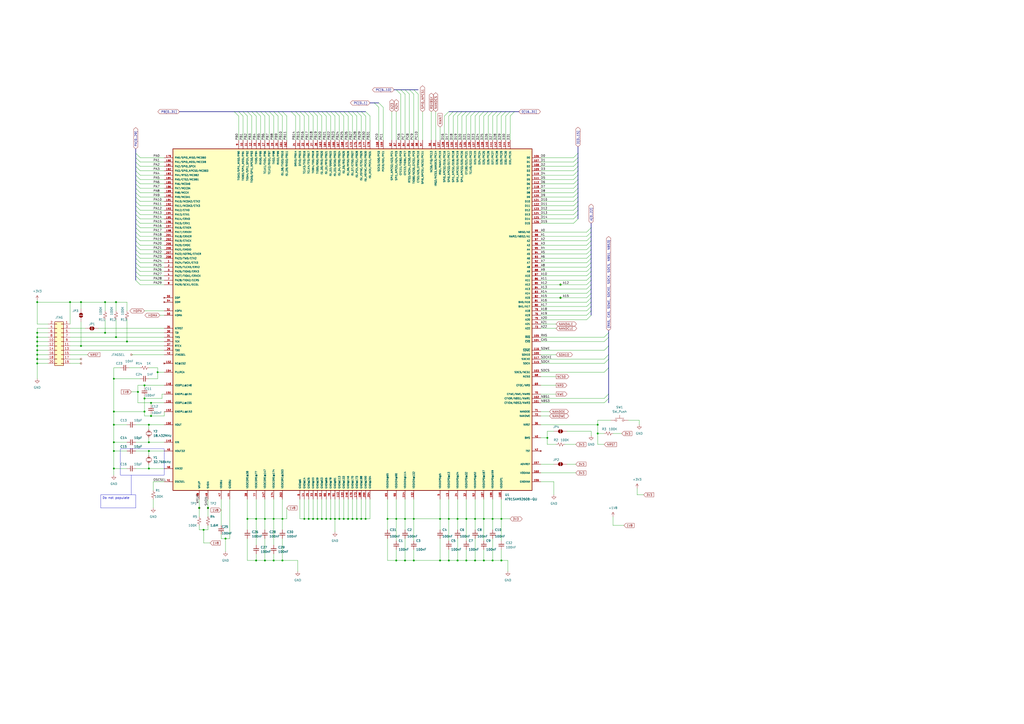
<source format=kicad_sch>
(kicad_sch (version 20230121) (generator eeschema)
  (paper "A2")
  (junction (at 40.64 175.26))
  (junction (at 21.59 208.28))
  (junction (at 46.99 175.26))
  (junction (at 181.61 300.99))
  (junction (at 176.53 300.99))
  (junction (at 184.15 300.99))
  (junction (at 212.09 300.99))
  (junction (at 115.57 294.64))
  (junction (at 229.87 300.99))
  (junction (at 118.11 307.34))
  (junction (at 194.31 300.99))
  (junction (at 255.27 300.99))
  (junction (at 86.36 256.54))
  (junction (at 148.59 300.99))
  (junction (at 191.77 300.99))
  (junction (at 66.04 271.78))
  (junction (at 66.04 238.76))
  (junction (at 224.79 300.99))
  (junction (at 46.99 200.66))
  (junction (at 240.03 325.12))
  (junction (at 21.59 198.12))
  (junction (at 21.59 195.58))
  (junction (at 21.59 205.74))
  (junction (at 21.59 200.66))
  (junction (at 91.44 215.9))
  (junction (at 83.82 238.76))
  (junction (at 280.67 300.99))
  (junction (at 201.93 300.99))
  (junction (at 234.95 325.12))
  (junction (at 265.43 325.12))
  (junction (at 66.04 219.71))
  (junction (at 196.85 300.99))
  (junction (at 86.36 246.38))
  (junction (at 67.31 195.58))
  (junction (at 275.59 300.99))
  (junction (at 285.75 300.99))
  (junction (at 21.59 193.04))
  (junction (at 204.47 300.99))
  (junction (at 290.83 300.99))
  (junction (at 66.04 246.38))
  (junction (at 66.04 256.54))
  (junction (at 260.35 325.12))
  (junction (at 153.67 325.12))
  (junction (at 189.23 300.99))
  (junction (at 158.75 325.12))
  (junction (at 21.59 175.26))
  (junction (at 21.59 203.2))
  (junction (at 346.71 251.46))
  (junction (at 130.81 312.42))
  (junction (at 199.39 300.99))
  (junction (at 73.66 198.12))
  (junction (at 87.63 233.68))
  (junction (at 87.63 241.3))
  (junction (at 265.43 300.99))
  (junction (at 163.83 300.99))
  (junction (at 67.31 175.26))
  (junction (at 120.65 294.64))
  (junction (at 60.96 175.26))
  (junction (at 270.51 325.12))
  (junction (at 285.75 325.12))
  (junction (at 143.51 300.99))
  (junction (at 346.71 246.38))
  (junction (at 209.55 300.99))
  (junction (at 234.95 300.99))
  (junction (at 186.69 300.99))
  (junction (at 153.67 300.99))
  (junction (at 158.75 300.99))
  (junction (at 240.03 300.99))
  (junction (at 325.12 172.72))
  (junction (at 229.87 325.12))
  (junction (at 21.59 210.82))
  (junction (at 325.12 165.1))
  (junction (at 86.36 261.62))
  (junction (at 270.51 300.99))
  (junction (at 148.59 325.12))
  (junction (at 280.67 325.12))
  (junction (at 86.36 271.78))
  (junction (at 179.07 300.99))
  (junction (at 207.01 300.99))
  (junction (at 290.83 325.12))
  (junction (at 66.04 261.62))
  (junction (at 80.01 227.33))
  (junction (at 83.82 223.52))
  (junction (at 260.35 300.99))
  (junction (at 163.83 325.12))
  (junction (at 255.27 325.12))
  (junction (at 275.59 325.12))
  (junction (at 60.96 193.04))
  (junction (at 83.82 231.14))
  (junction (at 317.5 254))
  (bus_entry (at 353.06 195.58) (size -2.54 2.54))
  (bus_entry (at 342.9 157.48) (size -2.54 2.54))
  (bus_entry (at 135.89 64.77) (size 2.54 2.54))
  (bus_entry (at 158.75 64.77) (size 2.54 2.54))
  (bus_entry (at 186.69 64.77) (size 2.54 2.54))
  (bus_entry (at 176.53 64.77) (size 2.54 2.54))
  (bus_entry (at 342.9 167.64) (size -2.54 2.54))
  (bus_entry (at 342.9 144.78) (size -2.54 2.54))
  (bus_entry (at 78.74 114.3) (size 2.54 2.54))
  (bus_entry (at 267.97 64.77) (size -2.54 2.54))
  (bus_entry (at 78.74 119.38) (size 2.54 2.54))
  (bus_entry (at 335.28 109.22) (size -2.54 2.54))
  (bus_entry (at 342.9 180.34) (size -2.54 2.54))
  (bus_entry (at 153.67 64.77) (size 2.54 2.54))
  (bus_entry (at 342.9 147.32) (size -2.54 2.54))
  (bus_entry (at 148.59 64.77) (size 2.54 2.54))
  (bus_entry (at 229.87 52.07) (size 2.54 2.54))
  (bus_entry (at 288.29 64.77) (size -2.54 2.54))
  (bus_entry (at 342.9 175.26) (size -2.54 2.54))
  (bus_entry (at 78.74 162.56) (size 2.54 2.54))
  (bus_entry (at 78.74 127) (size 2.54 2.54))
  (bus_entry (at 209.55 64.77) (size 2.54 2.54))
  (bus_entry (at 342.9 154.94) (size -2.54 2.54))
  (bus_entry (at 217.17 59.69) (size 2.54 2.54))
  (bus_entry (at 78.74 144.78) (size 2.54 2.54))
  (bus_entry (at 335.28 121.92) (size -2.54 2.54))
  (bus_entry (at 219.71 59.69) (size 2.54 2.54))
  (bus_entry (at 189.23 64.77) (size 2.54 2.54))
  (bus_entry (at 342.9 177.8) (size -2.54 2.54))
  (bus_entry (at 143.51 64.77) (size 2.54 2.54))
  (bus_entry (at 78.74 147.32) (size 2.54 2.54))
  (bus_entry (at 342.9 132.08) (size -2.54 2.54))
  (bus_entry (at 295.91 64.77) (size -2.54 2.54))
  (bus_entry (at 184.15 64.77) (size 2.54 2.54))
  (bus_entry (at 335.28 111.76) (size -2.54 2.54))
  (bus_entry (at 78.74 124.46) (size 2.54 2.54))
  (bus_entry (at 278.13 64.77) (size -2.54 2.54))
  (bus_entry (at 342.9 149.86) (size -2.54 2.54))
  (bus_entry (at 78.74 93.98) (size 2.54 2.54))
  (bus_entry (at 342.9 162.56) (size -2.54 2.54))
  (bus_entry (at 78.74 99.06) (size 2.54 2.54))
  (bus_entry (at 240.03 52.07) (size 2.54 2.54))
  (bus_entry (at 237.49 52.07) (size 2.54 2.54))
  (bus_entry (at 260.35 64.77) (size -2.54 2.54))
  (bus_entry (at 78.74 134.62) (size 2.54 2.54))
  (bus_entry (at 78.74 106.68) (size 2.54 2.54))
  (bus_entry (at 204.47 64.77) (size 2.54 2.54))
  (bus_entry (at 353.06 200.66) (size -2.54 2.54))
  (bus_entry (at 335.28 101.6) (size -2.54 2.54))
  (bus_entry (at 265.43 64.77) (size -2.54 2.54))
  (bus_entry (at 280.67 64.77) (size -2.54 2.54))
  (bus_entry (at 191.77 64.77) (size 2.54 2.54))
  (bus_entry (at 78.74 137.16) (size 2.54 2.54))
  (bus_entry (at 78.74 152.4) (size 2.54 2.54))
  (bus_entry (at 335.28 124.46) (size -2.54 2.54))
  (bus_entry (at 138.43 64.77) (size 2.54 2.54))
  (bus_entry (at 140.97 64.77) (size 2.54 2.54))
  (bus_entry (at 196.85 64.77) (size 2.54 2.54))
  (bus_entry (at 335.28 96.52) (size -2.54 2.54))
  (bus_entry (at 173.99 64.77) (size 2.54 2.54))
  (bus_entry (at 353.06 228.6) (size -2.54 2.54))
  (bus_entry (at 78.74 139.7) (size 2.54 2.54))
  (bus_entry (at 181.61 64.77) (size 2.54 2.54))
  (bus_entry (at 179.07 64.77) (size 2.54 2.54))
  (bus_entry (at 171.45 64.77) (size 2.54 2.54))
  (bus_entry (at 199.39 64.77) (size 2.54 2.54))
  (bus_entry (at 293.37 64.77) (size -2.54 2.54))
  (bus_entry (at 194.31 64.77) (size 2.54 2.54))
  (bus_entry (at 234.95 52.07) (size 2.54 2.54))
  (bus_entry (at 335.28 116.84) (size -2.54 2.54))
  (bus_entry (at 262.89 64.77) (size -2.54 2.54))
  (bus_entry (at 342.9 172.72) (size -2.54 2.54))
  (bus_entry (at 201.93 64.77) (size 2.54 2.54))
  (bus_entry (at 78.74 101.6) (size 2.54 2.54))
  (bus_entry (at 342.9 165.1) (size -2.54 2.54))
  (bus_entry (at 151.13 64.77) (size 2.54 2.54))
  (bus_entry (at 78.74 96.52) (size 2.54 2.54))
  (bus_entry (at 161.29 64.77) (size 2.54 2.54))
  (bus_entry (at 342.9 139.7) (size -2.54 2.54))
  (bus_entry (at 335.28 93.98) (size -2.54 2.54))
  (bus_entry (at 78.74 142.24) (size 2.54 2.54))
  (bus_entry (at 163.83 64.77) (size 2.54 2.54))
  (bus_entry (at 353.06 213.36) (size -2.54 2.54))
  (bus_entry (at 283.21 64.77) (size -2.54 2.54))
  (bus_entry (at 78.74 132.08) (size 2.54 2.54))
  (bus_entry (at 78.74 116.84) (size 2.54 2.54))
  (bus_entry (at 207.01 64.77) (size 2.54 2.54))
  (bus_entry (at 353.06 208.28) (size -2.54 2.54))
  (bus_entry (at 78.74 109.22) (size 2.54 2.54))
  (bus_entry (at 335.28 104.14) (size -2.54 2.54))
  (bus_entry (at 335.28 88.9) (size -2.54 2.54))
  (bus_entry (at 275.59 64.77) (size -2.54 2.54))
  (bus_entry (at 298.45 64.77) (size -2.54 2.54))
  (bus_entry (at 335.28 127) (size -2.54 2.54))
  (bus_entry (at 78.74 149.86) (size 2.54 2.54))
  (bus_entry (at 342.9 182.88) (size -2.54 2.54))
  (bus_entry (at 353.06 231.14) (size -2.54 2.54))
  (bus_entry (at 353.06 193.04) (size -2.54 2.54))
  (bus_entry (at 168.91 64.77) (size 2.54 2.54))
  (bus_entry (at 78.74 121.92) (size 2.54 2.54))
  (bus_entry (at 335.28 91.44) (size -2.54 2.54))
  (bus_entry (at 273.05 64.77) (size -2.54 2.54))
  (bus_entry (at 270.51 64.77) (size -2.54 2.54))
  (bus_entry (at 285.75 64.77) (size -2.54 2.54))
  (bus_entry (at 342.9 142.24) (size -2.54 2.54))
  (bus_entry (at 342.9 134.62) (size -2.54 2.54))
  (bus_entry (at 353.06 205.74) (size -2.54 2.54))
  (bus_entry (at 342.9 160.02) (size -2.54 2.54))
  (bus_entry (at 78.74 111.76) (size 2.54 2.54))
  (bus_entry (at 78.74 104.14) (size 2.54 2.54))
  (bus_entry (at 156.21 64.77) (size 2.54 2.54))
  (bus_entry (at 335.28 119.38) (size -2.54 2.54))
  (bus_entry (at 78.74 129.54) (size 2.54 2.54))
  (bus_entry (at 232.41 52.07) (size 2.54 2.54))
  (bus_entry (at 342.9 152.4) (size -2.54 2.54))
  (bus_entry (at 335.28 106.68) (size -2.54 2.54))
  (bus_entry (at 78.74 154.94) (size 2.54 2.54))
  (bus_entry (at 335.28 99.06) (size -2.54 2.54))
  (bus_entry (at 342.9 137.16) (size -2.54 2.54))
  (bus_entry (at 146.05 64.77) (size 2.54 2.54))
  (bus_entry (at 342.9 170.18) (size -2.54 2.54))
  (bus_entry (at 78.74 91.44) (size 2.54 2.54))
  (bus_entry (at 78.74 157.48) (size 2.54 2.54))
  (bus_entry (at 78.74 88.9) (size 2.54 2.54))
  (bus_entry (at 290.83 64.77) (size -2.54 2.54))
  (bus_entry (at 78.74 160.02) (size 2.54 2.54))
  (bus_entry (at 212.09 64.77) (size 2.54 2.54))
  (bus_entry (at 335.28 114.3) (size -2.54 2.54))
  (wire (pts (xy 214.63 67.31) (xy 214.63 81.28)))
  (wire (pts (xy 176.53 289.56) (xy 176.53 300.99)))
  (wire (pts (xy 40.64 190.5) (xy 49.53 190.5)))
  (wire (pts (xy 40.64 198.12) (xy 73.66 198.12)))
  (wire (pts (xy 313.69 187.96) (xy 322.58 187.96)))
  (wire (pts (xy 93.98 231.14) (xy 93.98 228.6)))
  (wire (pts (xy 201.93 289.56) (xy 201.93 300.99)))
  (wire (pts (xy 179.07 67.31) (xy 179.07 81.28)))
  (wire (pts (xy 81.28 134.62) (xy 95.25 134.62)))
  (wire (pts (xy 313.69 170.18) (xy 340.36 170.18)))
  (bus (pts (xy 78.74 96.52) (xy 78.74 99.06)))
  (bus (pts (xy 335.28 104.14) (xy 335.28 106.68)))
  (wire (pts (xy 91.44 215.9) (xy 95.25 215.9)))
  (bus (pts (xy 353.06 231.14) (xy 353.06 233.68)))
  (wire (pts (xy 209.55 67.31) (xy 209.55 81.28)))
  (wire (pts (xy 189.23 67.31) (xy 189.23 81.28)))
  (wire (pts (xy 81.28 144.78) (xy 95.25 144.78)))
  (bus (pts (xy 78.74 157.48) (xy 78.74 160.02)))
  (wire (pts (xy 295.91 67.31) (xy 295.91 81.28)))
  (bus (pts (xy 267.97 64.77) (xy 270.51 64.77)))
  (wire (pts (xy 81.28 127) (xy 95.25 127)))
  (bus (pts (xy 189.23 64.77) (xy 191.77 64.77)))
  (wire (pts (xy 148.59 321.31) (xy 148.59 325.12)))
  (wire (pts (xy 313.69 175.26) (xy 340.36 175.26)))
  (wire (pts (xy 153.67 67.31) (xy 153.67 81.28)))
  (wire (pts (xy 95.25 256.54) (xy 86.36 256.54)))
  (wire (pts (xy 40.64 193.04) (xy 60.96 193.04)))
  (bus (pts (xy 78.74 109.22) (xy 78.74 111.76)))
  (wire (pts (xy 229.87 300.99) (xy 229.87 313.69)))
  (wire (pts (xy 280.67 289.56) (xy 280.67 300.99)))
  (wire (pts (xy 313.69 93.98) (xy 332.74 93.98)))
  (wire (pts (xy 81.28 99.06) (xy 95.25 99.06)))
  (bus (pts (xy 199.39 64.77) (xy 201.93 64.77)))
  (bus (pts (xy 285.75 64.77) (xy 288.29 64.77)))
  (wire (pts (xy 40.64 175.26) (xy 46.99 175.26)))
  (bus (pts (xy 78.74 129.54) (xy 78.74 132.08)))
  (wire (pts (xy 81.28 132.08) (xy 95.25 132.08)))
  (wire (pts (xy 313.69 210.82) (xy 350.52 210.82)))
  (wire (pts (xy 86.36 269.24) (xy 86.36 271.78)))
  (wire (pts (xy 196.85 289.56) (xy 196.85 300.99)))
  (wire (pts (xy 346.71 251.46) (xy 346.71 246.38)))
  (bus (pts (xy 78.74 134.62) (xy 78.74 137.16)))
  (wire (pts (xy 255.27 312.42) (xy 255.27 325.12)))
  (wire (pts (xy 153.67 325.12) (xy 158.75 325.12)))
  (wire (pts (xy 66.04 213.36) (xy 66.04 219.71)))
  (wire (pts (xy 229.87 289.56) (xy 229.87 300.99)))
  (bus (pts (xy 78.74 160.02) (xy 78.74 162.56)))
  (wire (pts (xy 21.59 190.5) (xy 21.59 193.04)))
  (wire (pts (xy 81.28 114.3) (xy 95.25 114.3)))
  (wire (pts (xy 313.69 129.54) (xy 332.74 129.54)))
  (wire (pts (xy 313.69 147.32) (xy 340.36 147.32)))
  (polyline (pts (xy 76.2 275.59) (xy 76.2 287.02)))
  (wire (pts (xy 199.39 67.31) (xy 199.39 81.28)))
  (wire (pts (xy 204.47 300.99) (xy 207.01 300.99)))
  (bus (pts (xy 78.74 104.14) (xy 78.74 106.68)))
  (bus (pts (xy 78.74 147.32) (xy 78.74 149.86)))
  (wire (pts (xy 313.69 218.44) (xy 322.58 218.44)))
  (bus (pts (xy 353.06 191.77) (xy 353.06 193.04)))
  (wire (pts (xy 191.77 289.56) (xy 191.77 300.99)))
  (wire (pts (xy 83.82 241.3) (xy 87.63 241.3)))
  (wire (pts (xy 288.29 67.31) (xy 288.29 81.28)))
  (bus (pts (xy 342.9 147.32) (xy 342.9 149.86)))
  (wire (pts (xy 128.27 289.56) (xy 128.27 304.8)))
  (wire (pts (xy 156.21 67.31) (xy 156.21 81.28)))
  (bus (pts (xy 335.28 101.6) (xy 335.28 104.14)))
  (wire (pts (xy 240.03 325.12) (xy 255.27 325.12)))
  (wire (pts (xy 40.64 200.66) (xy 46.99 200.66)))
  (wire (pts (xy 267.97 67.31) (xy 267.97 81.28)))
  (wire (pts (xy 317.5 250.19) (xy 321.31 250.19)))
  (bus (pts (xy 78.74 99.06) (xy 78.74 101.6)))
  (bus (pts (xy 104.14 64.77) (xy 135.89 64.77)))
  (bus (pts (xy 237.49 52.07) (xy 240.03 52.07)))
  (wire (pts (xy 265.43 325.12) (xy 270.51 325.12)))
  (wire (pts (xy 88.9 289.56) (xy 88.9 294.64)))
  (bus (pts (xy 78.74 106.68) (xy 78.74 109.22)))
  (wire (pts (xy 115.57 304.8) (xy 115.57 307.34)))
  (wire (pts (xy 21.59 173.99) (xy 21.59 175.26)))
  (wire (pts (xy 313.69 228.6) (xy 322.58 228.6)))
  (wire (pts (xy 153.67 300.99) (xy 158.75 300.99)))
  (wire (pts (xy 313.69 198.12) (xy 350.52 198.12)))
  (wire (pts (xy 81.28 149.86) (xy 95.25 149.86)))
  (bus (pts (xy 273.05 64.77) (xy 275.59 64.77)))
  (wire (pts (xy 328.93 269.24) (xy 334.01 269.24)))
  (wire (pts (xy 313.69 106.68) (xy 332.74 106.68)))
  (wire (pts (xy 313.69 116.84) (xy 332.74 116.84)))
  (wire (pts (xy 120.65 289.56) (xy 120.65 294.64)))
  (wire (pts (xy 158.75 321.31) (xy 158.75 325.12)))
  (wire (pts (xy 191.77 67.31) (xy 191.77 81.28)))
  (wire (pts (xy 255.27 325.12) (xy 260.35 325.12)))
  (wire (pts (xy 313.69 114.3) (xy 332.74 114.3)))
  (wire (pts (xy 73.66 175.26) (xy 73.66 180.34)))
  (wire (pts (xy 83.82 238.76) (xy 83.82 241.3)))
  (wire (pts (xy 219.71 62.23) (xy 219.71 81.28)))
  (bus (pts (xy 163.83 64.77) (xy 168.91 64.77)))
  (wire (pts (xy 66.04 246.38) (xy 66.04 256.54)))
  (wire (pts (xy 27.94 190.5) (xy 21.59 190.5)))
  (bus (pts (xy 214.63 59.69) (xy 217.17 59.69)))
  (wire (pts (xy 240.03 54.61) (xy 240.03 81.28)))
  (bus (pts (xy 181.61 64.77) (xy 184.15 64.77)))
  (bus (pts (xy 342.9 170.18) (xy 342.9 172.72)))
  (wire (pts (xy 265.43 300.99) (xy 265.43 307.34)))
  (wire (pts (xy 293.37 67.31) (xy 293.37 81.28)))
  (wire (pts (xy 245.11 64.77) (xy 245.11 81.28)))
  (wire (pts (xy 313.69 167.64) (xy 340.36 167.64)))
  (bus (pts (xy 342.9 139.7) (xy 342.9 142.24)))
  (wire (pts (xy 158.75 300.99) (xy 163.83 300.99)))
  (bus (pts (xy 209.55 64.77) (xy 212.09 64.77)))
  (bus (pts (xy 342.9 129.54) (xy 342.9 132.08)))
  (wire (pts (xy 81.28 109.22) (xy 95.25 109.22)))
  (wire (pts (xy 115.57 289.56) (xy 115.57 294.64)))
  (bus (pts (xy 207.01 64.77) (xy 209.55 64.77)))
  (wire (pts (xy 146.05 67.31) (xy 146.05 81.28)))
  (wire (pts (xy 265.43 312.42) (xy 265.43 325.12)))
  (bus (pts (xy 204.47 64.77) (xy 207.01 64.77)))
  (wire (pts (xy 66.04 238.76) (xy 83.82 238.76)))
  (wire (pts (xy 66.04 219.71) (xy 81.28 219.71)))
  (bus (pts (xy 229.87 52.07) (xy 232.41 52.07)))
  (wire (pts (xy 73.66 185.42) (xy 73.66 198.12)))
  (wire (pts (xy 21.59 200.66) (xy 21.59 203.2)))
  (bus (pts (xy 335.28 114.3) (xy 335.28 116.84)))
  (wire (pts (xy 346.71 251.46) (xy 346.71 257.81)))
  (wire (pts (xy 81.28 93.98) (xy 95.25 93.98)))
  (wire (pts (xy 81.28 165.1) (xy 95.25 165.1)))
  (bus (pts (xy 158.75 64.77) (xy 161.29 64.77)))
  (wire (pts (xy 346.71 246.38) (xy 346.71 243.84)))
  (wire (pts (xy 313.69 254) (xy 317.5 254)))
  (wire (pts (xy 78.74 246.38) (xy 86.36 246.38)))
  (wire (pts (xy 313.69 137.16) (xy 340.36 137.16)))
  (wire (pts (xy 222.25 62.23) (xy 222.25 81.28)))
  (wire (pts (xy 260.35 325.12) (xy 265.43 325.12)))
  (wire (pts (xy 78.74 261.62) (xy 86.36 261.62)))
  (wire (pts (xy 199.39 300.99) (xy 201.93 300.99)))
  (bus (pts (xy 335.28 111.76) (xy 335.28 114.3)))
  (wire (pts (xy 148.59 289.56) (xy 148.59 300.99)))
  (wire (pts (xy 86.36 261.62) (xy 95.25 261.62)))
  (wire (pts (xy 224.79 300.99) (xy 229.87 300.99)))
  (wire (pts (xy 189.23 289.56) (xy 189.23 300.99)))
  (wire (pts (xy 173.99 67.31) (xy 173.99 81.28)))
  (wire (pts (xy 212.09 300.99) (xy 214.63 300.99)))
  (wire (pts (xy 355.6 251.46) (xy 360.68 251.46)))
  (wire (pts (xy 27.94 187.96) (xy 21.59 187.96)))
  (bus (pts (xy 240.03 52.07) (xy 242.57 52.07)))
  (bus (pts (xy 186.69 64.77) (xy 189.23 64.77)))
  (bus (pts (xy 148.59 64.77) (xy 151.13 64.77)))
  (wire (pts (xy 40.64 175.26) (xy 40.64 187.96)))
  (bus (pts (xy 143.51 64.77) (xy 146.05 64.77)))
  (wire (pts (xy 224.79 312.42) (xy 224.79 325.12)))
  (wire (pts (xy 370.84 246.38) (xy 370.84 243.84)))
  (wire (pts (xy 57.15 190.5) (xy 95.25 190.5)))
  (wire (pts (xy 313.69 119.38) (xy 332.74 119.38)))
  (wire (pts (xy 290.83 67.31) (xy 290.83 81.28)))
  (wire (pts (xy 224.79 300.99) (xy 224.79 307.34)))
  (wire (pts (xy 242.57 54.61) (xy 242.57 81.28)))
  (wire (pts (xy 67.31 175.26) (xy 67.31 180.34)))
  (wire (pts (xy 148.59 300.99) (xy 148.59 316.23)))
  (wire (pts (xy 173.99 289.56) (xy 173.99 300.99)))
  (wire (pts (xy 21.59 198.12) (xy 27.94 198.12)))
  (bus (pts (xy 335.28 124.46) (xy 335.28 127)))
  (wire (pts (xy 191.77 300.99) (xy 194.31 300.99)))
  (bus (pts (xy 270.51 64.77) (xy 273.05 64.77)))
  (bus (pts (xy 342.9 165.1) (xy 342.9 167.64)))
  (wire (pts (xy 95.25 271.78) (xy 86.36 271.78)))
  (wire (pts (xy 163.83 300.99) (xy 163.83 307.34)))
  (wire (pts (xy 81.28 137.16) (xy 95.25 137.16)))
  (bus (pts (xy 335.28 99.06) (xy 335.28 101.6)))
  (wire (pts (xy 260.35 289.56) (xy 260.35 300.99)))
  (wire (pts (xy 346.71 243.84) (xy 354.33 243.84)))
  (wire (pts (xy 148.59 300.99) (xy 153.67 300.99)))
  (wire (pts (xy 313.69 279.4) (xy 321.31 279.4)))
  (wire (pts (xy 313.69 208.28) (xy 350.52 208.28)))
  (wire (pts (xy 163.83 312.42) (xy 163.83 325.12)))
  (bus (pts (xy 283.21 64.77) (xy 285.75 64.77)))
  (wire (pts (xy 209.55 289.56) (xy 209.55 300.99)))
  (wire (pts (xy 290.83 300.99) (xy 295.91 300.99)))
  (wire (pts (xy 118.11 307.34) (xy 120.65 307.34)))
  (bus (pts (xy 228.6 52.07) (xy 229.87 52.07)))
  (wire (pts (xy 313.69 121.92) (xy 332.74 121.92)))
  (wire (pts (xy 80.01 233.68) (xy 87.63 233.68)))
  (wire (pts (xy 46.99 186.69) (xy 46.99 200.66)))
  (wire (pts (xy 66.04 238.76) (xy 66.04 246.38)))
  (bus (pts (xy 179.07 64.77) (xy 181.61 64.77)))
  (wire (pts (xy 265.43 67.31) (xy 265.43 81.28)))
  (wire (pts (xy 317.5 254) (xy 317.5 250.19)))
  (bus (pts (xy 342.9 157.48) (xy 342.9 160.02)))
  (wire (pts (xy 186.69 289.56) (xy 186.69 300.99)))
  (wire (pts (xy 81.28 157.48) (xy 95.25 157.48)))
  (bus (pts (xy 280.67 64.77) (xy 283.21 64.77)))
  (wire (pts (xy 81.28 111.76) (xy 95.25 111.76)))
  (wire (pts (xy 313.69 144.78) (xy 340.36 144.78)))
  (wire (pts (xy 317.5 257.81) (xy 317.5 254)))
  (wire (pts (xy 21.59 175.26) (xy 21.59 187.96)))
  (wire (pts (xy 153.67 312.42) (xy 153.67 325.12)))
  (wire (pts (xy 313.69 124.46) (xy 332.74 124.46)))
  (wire (pts (xy 313.69 165.1) (xy 325.12 165.1)))
  (bus (pts (xy 298.45 64.77) (xy 300.99 64.77)))
  (wire (pts (xy 184.15 300.99) (xy 186.69 300.99)))
  (wire (pts (xy 201.93 300.99) (xy 204.47 300.99)))
  (wire (pts (xy 83.82 180.34) (xy 95.25 180.34)))
  (wire (pts (xy 327.66 257.81) (xy 334.01 257.81)))
  (wire (pts (xy 313.69 223.52) (xy 322.58 223.52)))
  (bus (pts (xy 176.53 64.77) (xy 179.07 64.77)))
  (bus (pts (xy 140.97 64.77) (xy 143.51 64.77)))
  (wire (pts (xy 280.67 325.12) (xy 285.75 325.12)))
  (wire (pts (xy 148.59 67.31) (xy 148.59 81.28)))
  (wire (pts (xy 204.47 67.31) (xy 204.47 81.28)))
  (wire (pts (xy 285.75 67.31) (xy 285.75 81.28)))
  (wire (pts (xy 224.79 289.56) (xy 224.79 300.99)))
  (bus (pts (xy 153.67 64.77) (xy 156.21 64.77)))
  (wire (pts (xy 166.37 294.64) (xy 166.37 300.99)))
  (bus (pts (xy 168.91 64.77) (xy 171.45 64.77)))
  (wire (pts (xy 120.65 294.64) (xy 120.65 299.72)))
  (wire (pts (xy 40.64 210.82) (xy 46.99 210.82)))
  (wire (pts (xy 21.59 203.2) (xy 27.94 203.2)))
  (wire (pts (xy 21.59 203.2) (xy 21.59 205.74)))
  (wire (pts (xy 91.44 215.9) (xy 91.44 213.36)))
  (wire (pts (xy 181.61 289.56) (xy 181.61 300.99)))
  (wire (pts (xy 184.15 289.56) (xy 184.15 300.99)))
  (bus (pts (xy 265.43 64.77) (xy 267.97 64.77)))
  (wire (pts (xy 186.69 300.99) (xy 189.23 300.99)))
  (wire (pts (xy 252.73 64.77) (xy 252.73 81.28)))
  (bus (pts (xy 146.05 64.77) (xy 148.59 64.77)))
  (wire (pts (xy 313.69 215.9) (xy 350.52 215.9)))
  (bus (pts (xy 342.9 154.94) (xy 342.9 157.48)))
  (wire (pts (xy 115.57 294.64) (xy 115.57 299.72)))
  (wire (pts (xy 179.07 289.56) (xy 179.07 300.99)))
  (wire (pts (xy 78.74 256.54) (xy 86.36 256.54)))
  (wire (pts (xy 21.59 195.58) (xy 27.94 195.58)))
  (wire (pts (xy 60.96 175.26) (xy 60.96 180.34)))
  (bus (pts (xy 288.29 64.77) (xy 290.83 64.77)))
  (wire (pts (xy 270.51 325.12) (xy 275.59 325.12)))
  (wire (pts (xy 313.69 99.06) (xy 332.74 99.06)))
  (wire (pts (xy 325.12 165.1) (xy 340.36 165.1)))
  (wire (pts (xy 262.89 67.31) (xy 262.89 81.28)))
  (bus (pts (xy 335.28 88.9) (xy 335.28 91.44)))
  (wire (pts (xy 66.04 271.78) (xy 66.04 275.59)))
  (bus (pts (xy 335.28 93.98) (xy 335.28 96.52)))
  (wire (pts (xy 227.33 64.77) (xy 227.33 81.28)))
  (wire (pts (xy 212.09 67.31) (xy 212.09 81.28)))
  (wire (pts (xy 21.59 195.58) (xy 21.59 198.12)))
  (wire (pts (xy 81.28 119.38) (xy 95.25 119.38)))
  (wire (pts (xy 280.67 318.77) (xy 280.67 325.12)))
  (wire (pts (xy 257.81 67.31) (xy 257.81 81.28)))
  (wire (pts (xy 81.28 142.24) (xy 95.25 142.24)))
  (wire (pts (xy 40.64 203.2) (xy 95.25 203.2)))
  (bus (pts (xy 78.74 114.3) (xy 78.74 116.84)))
  (wire (pts (xy 255.27 73.66) (xy 255.27 81.28)))
  (wire (pts (xy 21.59 210.82) (xy 21.59 219.71)))
  (wire (pts (xy 369.57 283.21) (xy 369.57 287.02)))
  (wire (pts (xy 81.28 96.52) (xy 95.25 96.52)))
  (wire (pts (xy 229.87 300.99) (xy 234.95 300.99)))
  (wire (pts (xy 313.69 160.02) (xy 340.36 160.02)))
  (wire (pts (xy 234.95 300.99) (xy 240.03 300.99)))
  (wire (pts (xy 81.28 152.4) (xy 95.25 152.4)))
  (wire (pts (xy 86.36 219.71) (xy 91.44 219.71)))
  (wire (pts (xy 229.87 64.77) (xy 229.87 81.28)))
  (wire (pts (xy 88.9 279.4) (xy 88.9 284.48)))
  (wire (pts (xy 81.28 124.46) (xy 95.25 124.46)))
  (bus (pts (xy 217.17 59.69) (xy 219.71 59.69)))
  (wire (pts (xy 224.79 325.12) (xy 229.87 325.12)))
  (wire (pts (xy 81.28 129.54) (xy 95.25 129.54)))
  (bus (pts (xy 335.28 121.92) (xy 335.28 124.46)))
  (wire (pts (xy 21.59 208.28) (xy 27.94 208.28)))
  (bus (pts (xy 78.74 139.7) (xy 78.74 142.24)))
  (wire (pts (xy 250.19 64.77) (xy 250.19 81.28)))
  (bus (pts (xy 138.43 64.77) (xy 140.97 64.77)))
  (wire (pts (xy 196.85 67.31) (xy 196.85 81.28)))
  (wire (pts (xy 313.69 157.48) (xy 340.36 157.48)))
  (wire (pts (xy 153.67 289.56) (xy 153.67 300.99)))
  (wire (pts (xy 143.51 300.99) (xy 143.51 307.34)))
  (wire (pts (xy 313.69 149.86) (xy 340.36 149.86)))
  (wire (pts (xy 87.63 241.3) (xy 95.25 241.3)))
  (wire (pts (xy 313.69 172.72) (xy 325.12 172.72)))
  (wire (pts (xy 313.69 104.14) (xy 332.74 104.14)))
  (wire (pts (xy 350.52 257.81) (xy 346.71 257.81)))
  (wire (pts (xy 140.97 67.31) (xy 140.97 81.28)))
  (wire (pts (xy 313.69 139.7) (xy 340.36 139.7)))
  (wire (pts (xy 21.59 205.74) (xy 21.59 208.28)))
  (wire (pts (xy 275.59 312.42) (xy 275.59 325.12)))
  (wire (pts (xy 66.04 256.54) (xy 73.66 256.54)))
  (bus (pts (xy 342.9 144.78) (xy 342.9 147.32)))
  (wire (pts (xy 350.52 251.46) (xy 346.71 251.46)))
  (wire (pts (xy 81.28 139.7) (xy 95.25 139.7)))
  (wire (pts (xy 273.05 67.31) (xy 273.05 81.28)))
  (bus (pts (xy 78.74 154.94) (xy 78.74 157.48)))
  (wire (pts (xy 265.43 289.56) (xy 265.43 300.99)))
  (bus (pts (xy 78.74 116.84) (xy 78.74 119.38)))
  (wire (pts (xy 95.25 279.4) (xy 88.9 279.4)))
  (bus (pts (xy 78.74 127) (xy 78.74 129.54)))
  (bus (pts (xy 342.9 167.64) (xy 342.9 170.18)))
  (bus (pts (xy 78.74 142.24) (xy 78.74 144.78)))
  (bus (pts (xy 353.06 205.74) (xy 353.06 208.28)))
  (wire (pts (xy 255.27 300.99) (xy 255.27 307.34)))
  (wire (pts (xy 199.39 289.56) (xy 199.39 300.99)))
  (wire (pts (xy 270.51 300.99) (xy 275.59 300.99)))
  (wire (pts (xy 80.01 227.33) (xy 80.01 223.52)))
  (bus (pts (xy 78.74 91.44) (xy 78.74 93.98)))
  (wire (pts (xy 73.66 198.12) (xy 95.25 198.12)))
  (bus (pts (xy 342.9 177.8) (xy 342.9 180.34)))
  (wire (pts (xy 325.12 172.72) (xy 340.36 172.72)))
  (wire (pts (xy 270.51 289.56) (xy 270.51 300.99)))
  (wire (pts (xy 196.85 300.99) (xy 199.39 300.99)))
  (wire (pts (xy 313.69 195.58) (xy 350.52 195.58)))
  (bus (pts (xy 293.37 64.77) (xy 295.91 64.77)))
  (wire (pts (xy 265.43 300.99) (xy 270.51 300.99)))
  (bus (pts (xy 342.9 137.16) (xy 342.9 139.7)))
  (wire (pts (xy 81.28 101.6) (xy 95.25 101.6)))
  (wire (pts (xy 322.58 257.81) (xy 317.5 257.81)))
  (wire (pts (xy 21.59 205.74) (xy 27.94 205.74)))
  (bus (pts (xy 78.74 121.92) (xy 78.74 124.46)))
  (wire (pts (xy 21.59 175.26) (xy 40.64 175.26)))
  (wire (pts (xy 270.51 300.99) (xy 270.51 313.69)))
  (bus (pts (xy 353.06 200.66) (xy 353.06 205.74)))
  (wire (pts (xy 76.2 205.74) (xy 95.25 205.74)))
  (bus (pts (xy 342.9 149.86) (xy 342.9 152.4)))
  (wire (pts (xy 207.01 300.99) (xy 209.55 300.99)))
  (wire (pts (xy 86.36 246.38) (xy 95.25 246.38)))
  (bus (pts (xy 278.13 64.77) (xy 280.67 64.77)))
  (bus (pts (xy 335.28 85.09) (xy 335.28 88.9)))
  (wire (pts (xy 176.53 67.31) (xy 176.53 81.28)))
  (wire (pts (xy 40.64 205.74) (xy 50.8 205.74)))
  (wire (pts (xy 67.31 185.42) (xy 67.31 195.58)))
  (wire (pts (xy 91.44 219.71) (xy 91.44 215.9)))
  (wire (pts (xy 313.69 190.5) (xy 322.58 190.5)))
  (wire (pts (xy 285.75 325.12) (xy 290.83 325.12)))
  (wire (pts (xy 67.31 195.58) (xy 95.25 195.58)))
  (bus (pts (xy 342.9 180.34) (xy 342.9 182.88)))
  (wire (pts (xy 46.99 200.66) (xy 95.25 200.66)))
  (wire (pts (xy 176.53 300.99) (xy 179.07 300.99)))
  (wire (pts (xy 143.51 289.56) (xy 143.51 300.99)))
  (wire (pts (xy 21.59 208.28) (xy 21.59 210.82)))
  (wire (pts (xy 342.9 252.73) (xy 342.9 250.19)))
  (wire (pts (xy 369.57 287.02) (xy 373.38 287.02)))
  (bus (pts (xy 335.28 119.38) (xy 335.28 121.92)))
  (wire (pts (xy 148.59 325.12) (xy 153.67 325.12)))
  (wire (pts (xy 83.82 223.52) (xy 83.82 224.79)))
  (bus (pts (xy 161.29 64.77) (xy 163.83 64.77)))
  (bus (pts (xy 78.74 137.16) (xy 78.74 139.7)))
  (wire (pts (xy 21.59 200.66) (xy 27.94 200.66)))
  (wire (pts (xy 95.25 241.3) (xy 95.25 238.76)))
  (wire (pts (xy 240.03 289.56) (xy 240.03 300.99)))
  (bus (pts (xy 184.15 64.77) (xy 186.69 64.77)))
  (wire (pts (xy 283.21 67.31) (xy 283.21 81.28)))
  (wire (pts (xy 294.64 331.47) (xy 294.64 325.12)))
  (bus (pts (xy 151.13 64.77) (xy 153.67 64.77)))
  (wire (pts (xy 313.69 177.8) (xy 340.36 177.8)))
  (wire (pts (xy 143.51 300.99) (xy 148.59 300.99)))
  (wire (pts (xy 66.04 256.54) (xy 66.04 261.62)))
  (bus (pts (xy 342.9 152.4) (xy 342.9 154.94)))
  (wire (pts (xy 275.59 300.99) (xy 280.67 300.99)))
  (bus (pts (xy 335.28 109.22) (xy 335.28 111.76)))
  (wire (pts (xy 118.11 307.34) (xy 118.11 314.96)))
  (wire (pts (xy 240.03 318.77) (xy 240.03 325.12)))
  (wire (pts (xy 313.69 180.34) (xy 340.36 180.34)))
  (bus (pts (xy 78.74 124.46) (xy 78.74 127)))
  (wire (pts (xy 201.93 67.31) (xy 201.93 81.28)))
  (wire (pts (xy 313.69 91.44) (xy 332.74 91.44)))
  (bus (pts (xy 275.59 64.77) (xy 278.13 64.77)))
  (wire (pts (xy 66.04 261.62) (xy 73.66 261.62)))
  (wire (pts (xy 158.75 325.12) (xy 163.83 325.12)))
  (wire (pts (xy 163.83 325.12) (xy 172.72 325.12)))
  (wire (pts (xy 66.04 213.36) (xy 69.85 213.36)))
  (wire (pts (xy 255.27 289.56) (xy 255.27 300.99)))
  (wire (pts (xy 81.28 162.56) (xy 95.25 162.56)))
  (wire (pts (xy 46.99 175.26) (xy 46.99 179.07)))
  (wire (pts (xy 234.95 289.56) (xy 234.95 300.99)))
  (wire (pts (xy 313.69 152.4) (xy 340.36 152.4)))
  (wire (pts (xy 158.75 300.99) (xy 158.75 316.23)))
  (wire (pts (xy 158.75 289.56) (xy 158.75 300.99)))
  (bus (pts (xy 335.28 106.68) (xy 335.28 109.22)))
  (wire (pts (xy 313.69 269.24) (xy 321.31 269.24)))
  (wire (pts (xy 171.45 67.31) (xy 171.45 81.28)))
  (wire (pts (xy 260.35 318.77) (xy 260.35 325.12)))
  (wire (pts (xy 194.31 67.31) (xy 194.31 81.28)))
  (wire (pts (xy 240.03 300.99) (xy 240.03 313.69)))
  (wire (pts (xy 81.28 154.94) (xy 95.25 154.94)))
  (wire (pts (xy 313.69 233.68) (xy 350.52 233.68)))
  (wire (pts (xy 204.47 289.56) (xy 204.47 300.99)))
  (wire (pts (xy 186.69 67.31) (xy 186.69 81.28)))
  (wire (pts (xy 355.6 304.8) (xy 355.6 299.72)))
  (bus (pts (xy 78.74 119.38) (xy 78.74 121.92)))
  (wire (pts (xy 234.95 312.42) (xy 234.95 325.12)))
  (wire (pts (xy 234.95 300.99) (xy 234.95 307.34)))
  (wire (pts (xy 143.51 67.31) (xy 143.51 81.28)))
  (bus (pts (xy 335.28 96.52) (xy 335.28 99.06)))
  (bus (pts (xy 78.74 152.4) (xy 78.74 154.94)))
  (wire (pts (xy 60.96 175.26) (xy 67.31 175.26)))
  (wire (pts (xy 173.99 300.99) (xy 176.53 300.99)))
  (wire (pts (xy 313.69 274.32) (xy 334.01 274.32)))
  (wire (pts (xy 361.95 304.8) (xy 355.6 304.8)))
  (wire (pts (xy 179.07 300.99) (xy 181.61 300.99)))
  (wire (pts (xy 86.36 264.16) (xy 86.36 261.62)))
  (bus (pts (xy 290.83 64.77) (xy 293.37 64.77)))
  (wire (pts (xy 83.82 231.14) (xy 93.98 231.14)))
  (bus (pts (xy 342.9 160.02) (xy 342.9 162.56)))
  (bus (pts (xy 342.9 142.24) (xy 342.9 144.78)))
  (wire (pts (xy 280.67 300.99) (xy 285.75 300.99)))
  (wire (pts (xy 86.36 254) (xy 86.36 256.54)))
  (wire (pts (xy 95.25 233.68) (xy 87.63 233.68)))
  (wire (pts (xy 66.04 219.71) (xy 66.04 238.76)))
  (wire (pts (xy 313.69 109.22) (xy 332.74 109.22)))
  (bus (pts (xy 78.74 144.78) (xy 78.74 147.32)))
  (wire (pts (xy 121.92 314.96) (xy 118.11 314.96)))
  (wire (pts (xy 280.67 67.31) (xy 280.67 81.28)))
  (wire (pts (xy 275.59 325.12) (xy 280.67 325.12)))
  (wire (pts (xy 130.81 312.42) (xy 133.35 312.42)))
  (bus (pts (xy 295.91 64.77) (xy 298.45 64.77)))
  (wire (pts (xy 313.69 182.88) (xy 340.36 182.88)))
  (wire (pts (xy 78.74 271.78) (xy 86.36 271.78)))
  (wire (pts (xy 232.41 54.61) (xy 232.41 81.28)))
  (wire (pts (xy 80.01 223.52) (xy 83.82 223.52)))
  (wire (pts (xy 86.36 248.92) (xy 86.36 246.38)))
  (wire (pts (xy 76.2 227.33) (xy 80.01 227.33)))
  (wire (pts (xy 234.95 54.61) (xy 234.95 81.28)))
  (wire (pts (xy 181.61 67.31) (xy 181.61 81.28)))
  (wire (pts (xy 115.57 307.34) (xy 118.11 307.34)))
  (wire (pts (xy 46.99 175.26) (xy 60.96 175.26)))
  (wire (pts (xy 163.83 289.56) (xy 163.83 300.99)))
  (wire (pts (xy 285.75 300.99) (xy 285.75 307.34)))
  (wire (pts (xy 87.63 240.03) (xy 87.63 241.3)))
  (wire (pts (xy 313.69 185.42) (xy 340.36 185.42)))
  (wire (pts (xy 370.84 243.84) (xy 364.49 243.84)))
  (wire (pts (xy 81.28 121.92) (xy 95.25 121.92)))
  (bus (pts (xy 194.31 64.77) (xy 196.85 64.77)))
  (wire (pts (xy 184.15 67.31) (xy 184.15 81.28)))
  (wire (pts (xy 40.64 208.28) (xy 46.99 208.28)))
  (wire (pts (xy 83.82 223.52) (xy 95.25 223.52)))
  (wire (pts (xy 290.83 318.77) (xy 290.83 325.12)))
  (bus (pts (xy 260.35 64.77) (xy 262.89 64.77)))
  (wire (pts (xy 81.28 91.44) (xy 95.25 91.44)))
  (wire (pts (xy 328.93 250.19) (xy 342.9 250.19)))
  (bus (pts (xy 135.89 64.77) (xy 138.43 64.77)))
  (wire (pts (xy 229.87 325.12) (xy 234.95 325.12)))
  (wire (pts (xy 290.83 325.12) (xy 294.64 325.12)))
  (wire (pts (xy 40.64 195.58) (xy 67.31 195.58)))
  (wire (pts (xy 130.81 312.42) (xy 130.81 320.04)))
  (bus (pts (xy 173.99 64.77) (xy 176.53 64.77)))
  (bus (pts (xy 191.77 64.77) (xy 194.31 64.77)))
  (wire (pts (xy 21.59 193.04) (xy 21.59 195.58)))
  (wire (pts (xy 209.55 300.99) (xy 212.09 300.99)))
  (wire (pts (xy 80.01 233.68) (xy 80.01 227.33)))
  (bus (pts (xy 78.74 93.98) (xy 78.74 96.52)))
  (wire (pts (xy 285.75 312.42) (xy 285.75 325.12)))
  (wire (pts (xy 313.69 241.3) (xy 318.77 241.3)))
  (wire (pts (xy 207.01 67.31) (xy 207.01 81.28)))
  (wire (pts (xy 128.27 309.88) (xy 128.27 312.42)))
  (wire (pts (xy 285.75 300.99) (xy 290.83 300.99)))
  (wire (pts (xy 313.69 142.24) (xy 340.36 142.24)))
  (wire (pts (xy 158.75 67.31) (xy 158.75 81.28)))
  (bus (pts (xy 232.41 52.07) (xy 234.95 52.07)))
  (wire (pts (xy 313.69 127) (xy 332.74 127)))
  (bus (pts (xy 353.06 195.58) (xy 353.06 200.66)))
  (wire (pts (xy 194.31 300.99) (xy 194.31 308.61)))
  (wire (pts (xy 313.69 111.76) (xy 332.74 111.76)))
  (wire (pts (xy 260.35 300.99) (xy 265.43 300.99)))
  (wire (pts (xy 212.09 289.56) (xy 212.09 300.99)))
  (wire (pts (xy 313.69 96.52) (xy 332.74 96.52)))
  (bus (pts (xy 262.89 64.77) (xy 265.43 64.77)))
  (wire (pts (xy 234.95 325.12) (xy 240.03 325.12)))
  (wire (pts (xy 83.82 231.14) (xy 83.82 238.76)))
  (wire (pts (xy 280.67 300.99) (xy 280.67 313.69)))
  (bus (pts (xy 353.06 193.04) (xy 353.06 195.58)))
  (wire (pts (xy 260.35 67.31) (xy 260.35 81.28)))
  (wire (pts (xy 81.28 106.68) (xy 95.25 106.68)))
  (wire (pts (xy 214.63 289.56) (xy 214.63 300.99)))
  (bus (pts (xy 342.9 134.62) (xy 342.9 137.16)))
  (wire (pts (xy 93.98 228.6) (xy 95.25 228.6)))
  (wire (pts (xy 81.28 104.14) (xy 95.25 104.14)))
  (wire (pts (xy 67.31 175.26) (xy 73.66 175.26)))
  (wire (pts (xy 128.27 312.42) (xy 130.81 312.42)))
  (wire (pts (xy 255.27 300.99) (xy 260.35 300.99)))
  (wire (pts (xy 66.04 271.78) (xy 73.66 271.78)))
  (bus (pts (xy 78.74 132.08) (xy 78.74 134.62)))
  (wire (pts (xy 143.51 325.12) (xy 148.59 325.12)))
  (wire (pts (xy 161.29 67.31) (xy 161.29 81.28)))
  (bus (pts (xy 353.06 228.6) (xy 353.06 231.14)))
  (wire (pts (xy 207.01 289.56) (xy 207.01 300.99)))
  (wire (pts (xy 153.67 300.99) (xy 153.67 307.34)))
  (bus (pts (xy 196.85 64.77) (xy 199.39 64.77)))
  (wire (pts (xy 313.69 203.2) (xy 350.52 203.2)))
  (wire (pts (xy 66.04 261.62) (xy 66.04 271.78)))
  (wire (pts (xy 285.75 289.56) (xy 285.75 300.99)))
  (wire (pts (xy 87.63 233.68) (xy 87.63 234.95)))
  (wire (pts (xy 275.59 300.99) (xy 275.59 307.34)))
  (wire (pts (xy 172.72 331.47) (xy 172.72 325.12)))
  (wire (pts (xy 313.69 101.6) (xy 332.74 101.6)))
  (wire (pts (xy 313.69 231.14) (xy 350.52 231.14)))
  (wire (pts (xy 163.83 67.31) (xy 163.83 81.28)))
  (wire (pts (xy 21.59 193.04) (xy 27.94 193.04)))
  (wire (pts (xy 133.35 289.56) (xy 133.35 312.42)))
  (wire (pts (xy 278.13 67.31) (xy 278.13 81.28)))
  (wire (pts (xy 194.31 289.56) (xy 194.31 300.99)))
  (bus (pts (xy 78.74 86.36) (xy 78.74 88.9)))
  (wire (pts (xy 181.61 300.99) (xy 184.15 300.99)))
  (wire (pts (xy 151.13 67.31) (xy 151.13 81.28)))
  (wire (pts (xy 313.69 246.38) (xy 346.71 246.38)))
  (wire (pts (xy 60.96 193.04) (xy 95.25 193.04)))
  (wire (pts (xy 86.36 213.36) (xy 91.44 213.36)))
  (bus (pts (xy 234.95 52.07) (xy 237.49 52.07)))
  (wire (pts (xy 290.83 289.56) (xy 290.83 300.99)))
  (wire (pts (xy 275.59 67.31) (xy 275.59 81.28)))
  (wire (pts (xy 313.69 154.94) (xy 340.36 154.94)))
  (wire (pts (xy 143.51 312.42) (xy 143.51 325.12)))
  (wire (pts (xy 83.82 231.14) (xy 83.82 229.87)))
  (wire (pts (xy 321.31 287.02) (xy 321.31 279.4)))
  (wire (pts (xy 229.87 318.77) (xy 229.87 325.12)))
  (wire (pts (xy 313.69 205.74) (xy 322.58 205.74)))
  (wire (pts (xy 81.28 160.02) (xy 95.25 160.02)))
  (bus (pts (xy 342.9 132.08) (xy 342.9 134.62)))
  (bus (pts (xy 335.28 91.44) (xy 335.28 93.98)))
  (wire (pts (xy 313.69 162.56) (xy 340.36 162.56)))
  (bus (pts (xy 78.74 149.86) (xy 78.74 152.4)))
  (wire (pts (xy 21.59 210.82) (xy 27.94 210.82)))
  (wire (pts (xy 270.51 318.77) (xy 270.51 325.12)))
  (wire (pts (xy 290.83 300.99) (xy 290.83 313.69)))
  (bus (pts (xy 156.21 64.77) (xy 158.75 64.77)))
  (wire (pts (xy 66.04 246.38) (xy 73.66 246.38)))
  (bus (pts (xy 78.74 88.9) (xy 78.74 91.44)))
  (wire (pts (xy 81.28 116.84) (xy 95.25 116.84)))
  (wire (pts (xy 313.69 134.62) (xy 340.36 134.62)))
  (wire (pts (xy 313.69 238.76) (xy 318.77 238.76)))
  (wire (pts (xy 240.03 300.99) (xy 255.27 300.99)))
  (wire (pts (xy 92.71 182.88) (xy 95.25 182.88)))
  (bus (pts (xy 78.74 111.76) (xy 78.74 114.3)))
  (wire (pts (xy 237.49 54.61) (xy 237.49 81.28)))
  (wire (pts (xy 270.51 67.31) (xy 270.51 81.28)))
  (wire (pts (xy 275.59 289.56) (xy 275.59 300.99)))
  (wire (pts (xy 163.83 300.99) (xy 166.37 300.99)))
  (bus (pts (xy 335.28 116.84) (xy 335.28 119.38)))
  (wire (pts (xy 120.65 307.34) (xy 120.65 304.8)))
  (wire (pts (xy 138.43 67.31) (xy 138.43 81.28)))
  (bus (pts (xy 342.9 175.26) (xy 342.9 177.8)))
  (wire (pts (xy 21.59 198.12) (xy 21.59 200.66)))
  (wire (pts (xy 74.93 213.36) (xy 81.28 213.36)))
  (bus (pts (xy 78.74 101.6) (xy 78.74 104.14)))
  (wire (pts (xy 166.37 67.31) (xy 166.37 81.28)))
  (bus (pts (xy 353.06 208.28) (xy 353.06 213.36)))
  (bus (pts (xy 342.9 162.56) (xy 342.9 165.1)))
  (bus (pts (xy 201.93 64.77) (xy 204.47 64.77)))
  (wire (pts (xy 260.35 300.99) (xy 260.35 313.69)))
  (bus (pts (xy 171.45 64.77) (xy 173.99 64.77)))
  (wire (pts (xy 189.23 300.99) (xy 191.77 300.99)))
  (bus (pts (xy 353.06 213.36) (xy 353.06 228.6)))
  (wire (pts (xy 194.31 300.99) (xy 196.85 300.99)))
  (wire (pts (xy 60.96 185.42) (xy 60.96 193.04)))
  (wire (pts (xy 81.28 147.32) (xy 95.25 147.32)))
  (bus (pts (xy 342.9 172.72) (xy 342.9 175.26)))
  (rectangle (start 69.85 260.35) (end 95.25 275.59))
  (text_box "Do not populate" (at 58.42 287.02 0) (size 20.32 7.62) (effects (font (size 1.27 1.27)) (justify left top)))
  (label "PA23" (at 88.9 149.86 0))
  (label "PA28" (at 88.9 162.56 0))
  (label "PA18" (at 88.9 137.16 0))
  (label "D2" (at 313.69 96.52 0))
  (label "D19" (at 265.43 81.28 90))
  (label "PA3" (at 88.9 99.06 0))
  (label "D7" (at 313.69 109.22 0))
  (label "A18" (at 313.69 180.34 0))
  (label "PA19" (at 88.9 139.7 0))
  (label "PB25" (at 199.39 81.28 90))
  (label "A6" (at 313.69 149.86 0))
  (label "SDCK" (at 313.69 210.82 0))
  (label "D17" (at 260.35 81.28 90))
  (label "D26" (at 283.21 81.28 90))
  (label "PA11" (at 88.9 119.38 0))
  (label "A1" (at 313.69 137.16 0))
  (label "PA29" (at 88.9 165.1 0))
  (label "D14" (at 313.69 127 0))
  (label "A15" (at 326.39 172.72 0))
  (label "A13" (at 313.69 167.64 0))
  (label "PA22" (at 88.9 147.32 0))
  (label "PA1" (at 88.9 93.98 0))
  (label "D13" (at 313.69 124.46 0))
  (label "PA26" (at 88.9 157.48 0))
  (label "SDWE" (at 313.69 203.2 0))
  (label "D20" (at 267.97 81.28 90))
  (label "D28" (at 288.29 81.28 90))
  (label "PB17" (at 179.07 81.28 90))
  (label "PB8" (at 158.75 81.28 90))
  (label "D5" (at 313.69 104.14 0))
  (label "PB3" (at 146.05 81.28 90))
  (label "PA5" (at 88.9 104.14 0))
  (label "PC6" (at 232.41 81.28 90))
  (label "PA13" (at 88.9 124.46 0))
  (label "D31" (at 295.91 81.28 90))
  (label "PB10" (at 163.83 81.28 90))
  (label "PB0" (at 138.43 81.28 90))
  (label "PA12" (at 88.9 121.92 0))
  (label "A0" (at 313.69 134.62 0))
  (label "D9" (at 313.69 114.3 0))
  (label "PC7" (at 234.95 81.28 90))
  (label "D3" (at 313.69 99.06 0))
  (label "PB16" (at 176.53 81.28 90))
  (label "PB6" (at 153.67 81.28 90))
  (label "A19" (at 313.69 182.88 0))
  (label "PA17" (at 88.9 134.62 0))
  (label "PB29" (at 209.55 81.28 90))
  (label "SDCS" (at 313.69 215.9 0))
  (label "A20" (at 313.69 185.42 0))
  (label "PC8" (at 237.49 81.28 90))
  (label "A7" (at 313.69 152.4 0))
  (label "WKUP" (at 115.57 292.1 90))
  (label "D21" (at 270.51 81.28 90))
  (label "PB14" (at 171.45 81.28 90))
  (label "A12" (at 313.69 165.1 0))
  (label "PB2" (at 143.51 81.28 90))
  (label "D29" (at 290.83 81.28 90))
  (label "PA24" (at 88.9 152.4 0))
  (label "D15" (at 313.69 129.54 0))
  (label "SDCKE" (at 313.69 208.28 0))
  (label "PB31" (at 214.63 81.28 90))
  (label "D10" (at 313.69 116.84 0))
  (label "PB23" (at 194.31 81.28 90))
  (label "SHDN" (at 120.65 293.37 90))
  (label "PB22" (at 191.77 81.28 90))
  (label "D16" (at 257.81 81.28 90))
  (label "PB4" (at 148.59 81.28 90))
  (label "PA25" (at 88.9 154.94 0))
  (label "PC0" (at 219.71 81.28 90))
  (label "PB30" (at 212.09 81.28 90))
  (label "PA21" (at 88.9 144.78 0))
  (label "PB9" (at 161.29 81.28 90))
  (label "PB5" (at 151.13 81.28 90))
  (label "NBS3" (at 313.69 233.68 0))
  (label "A9" (at 313.69 157.48 0))
  (label "A12" (at 326.39 165.1 0))
  (label "A2" (at 313.69 139.7 0))
  (label "D25" (at 280.67 81.28 90))
  (label "PB1" (at 140.97 81.28 90))
  (label "PC9" (at 240.03 81.28 90))
  (label "RAS" (at 313.69 195.58 0))
  (label "A14" (at 313.69 170.18 0))
  (label "A4" (at 313.69 144.78 0))
  (label "PA7" (at 88.9 109.22 0))
  (label "PB24" (at 196.85 81.28 90))
  (label "PA16" (at 88.9 132.08 0))
  (label "A15" (at 313.69 172.72 0))
  (label "PA27" (at 88.9 160.02 0))
  (label "A5" (at 313.69 147.32 0))
  (label "D6" (at 313.69 106.68 0))
  (label "PC10" (at 242.57 81.28 90))
  (label "PA10" (at 88.9 116.84 0))
  (label "D0" (at 313.69 91.44 0))
  (label "A11" (at 313.69 162.56 0))
  (label "PA14" (at 88.9 127 0))
  (label "OSCSEL" (at 88.9 279.4 0))
  (label "PA20" (at 88.9 142.24 0))
  (label "D23" (at 275.59 81.28 90))
  (label "NBS1" (at 313.69 231.14 0))
  (label "PB19" (at 184.15 81.28 90))
  (label "PB7" (at 156.21 81.28 90))
  (label "PB11" (at 166.37 81.28 90))
  (label "D18" (at 262.89 81.28 90))
  (label "PA2" (at 88.9 96.52 0))
  (label "D1" (at 313.69 93.98 0))
  (label "A10" (at 313.69 160.02 0))
  (label "PB18" (at 181.61 81.28 90))
  (label "D27" (at 285.75 81.28 90))
  (label "PC1" (at 222.25 81.28 90))
  (label "A3" (at 313.69 142.24 0))
  (label "PB28" (at 207.01 81.28 90))
  (label "PB20" (at 186.69 81.28 90))
  (label "PA4" (at 88.9 101.6 0))
  (label "A21" (at 313.69 187.96 0))
  (label "PB26" (at 201.93 81.28 90))
  (label "CAS" (at 313.69 198.12 0))
  (label "D24" (at 278.13 81.28 90))
  (label "D12" (at 313.69 121.92 0))
  (label "PB15" (at 173.99 81.28 90))
  (label "PA9" (at 88.9 114.3 0))
  (label "PA8" (at 88.9 111.76 0))
  (label "A17" (at 313.69 177.8 0))
  (label "D8" (at 313.69 111.76 0))
  (label "A16" (at 313.69 175.26 0))
  (label "D22" (at 273.05 81.28 90))
  (label "PB27" (at 204.47 81.28 90))
  (label "A22" (at 313.69 190.5 0))
  (label "D30" (at 293.37 81.28 90))
  (label "PA0" (at 88.9 91.44 0))
  (label "PA15" (at 88.9 129.54 0))
  (label "PA6" (at 88.9 106.68 0))
  (label "D11" (at 313.69 119.38 0))
  (label "PB21" (at 189.23 81.28 90))
  (label "A8" (at 313.69 154.94 0))
  (label "D4" (at 313.69 101.6 0))
  (global_label "NCS0" (shape output) (at 322.58 218.44 0) (property "Intersheetrefs" "${INTERSHEET_REFS}" (effects hide)))
  (global_label "A23" (shape bidirectional) (at 227.33 64.77 90) (property "Intersheetrefs" "${INTERSHEET_REFS}" (effects hide)))
  (global_label "3V3" (shape input) (at 373.38 287.02 0) (property "Intersheetrefs" "${INTERSHEET_REFS}" (effects hide)))
  (global_label "NANDOE" (shape bidirectional) (at 318.77 238.76 0) (property "Intersheetrefs" "${INTERSHEET_REFS}" (effects hide)))
  (global_label "{RAS, CAS, SDWE, SDCKE, SDCK, SDCS, NBS1, NBS3}" (shape bidirectional) (at 353.06 191.77 90) (property "Intersheetrefs" "${INTERSHEET_REFS}" (effects hide)))
  (global_label "3V3" (shape input) (at 360.68 251.46 0) (property "Intersheetrefs" "${INTERSHEET_REFS}" (effects hide)))
  (global_label "3V3" (shape input) (at 334.01 269.24 0) (property "Intersheetrefs" "${INTERSHEET_REFS}" (effects hide)))
  (global_label "HDPA" (shape bidirectional) (at 83.82 180.34 180) (property "Intersheetrefs" "${INTERSHEET_REFS}" (effects hide)))
  (global_label "SPI0_NPCS1" (shape bidirectional) (at 245.11 64.77 90) (property "Intersheetrefs" "${INTERSHEET_REFS}" (effects hide)))
  (global_label "PA[0..29]" (shape bidirectional) (at 78.74 86.36 90) (property "Intersheetrefs" "${INTERSHEET_REFS}" (effects hide)))
  (global_label "NANDCS" (shape bidirectional) (at 252.73 64.77 90) (property "Intersheetrefs" "${INTERSHEET_REFS}" (effects hide)))
  (global_label "NWAIT" (shape input) (at 255.27 73.66 90) (property "Intersheetrefs" "${INTERSHEET_REFS}" (effects hide)))
  (global_label "A24" (shape bidirectional) (at 229.87 64.77 90) (property "Intersheetrefs" "${INTERSHEET_REFS}" (effects hide)))
  (global_label "1V8" (shape input) (at 361.95 304.8 0) (property "Intersheetrefs" "${INTERSHEET_REFS}" (effects hide)))
  (global_label "NANDALE" (shape bidirectional) (at 322.58 187.96 0) (property "Intersheetrefs" "${INTERSHEET_REFS}" (effects hide)))
  (global_label "PB[0..31]" (shape bidirectional) (at 104.14 64.77 180) (property "Intersheetrefs" "${INTERSHEET_REFS}" (effects hide)))
  (global_label "3V3" (shape input) (at 334.01 257.81 0) (property "Intersheetrefs" "${INTERSHEET_REFS}" (effects hide)))
  (global_label "NRST" (shape input) (at 50.8 205.74 0) (property "Intersheetrefs" "${INTERSHEET_REFS}" (effects hide)))
  (global_label "NRD" (shape output) (at 322.58 223.52 0) (property "Intersheetrefs" "${INTERSHEET_REFS}" (effects hide)))
  (global_label "D[16..31]" (shape bidirectional) (at 300.99 64.77 0) (property "Intersheetrefs" "${INTERSHEET_REFS}" (effects hide)))
  (global_label "RDYBSY" (shape bidirectional) (at 250.19 64.77 90) (property "Intersheetrefs" "${INTERSHEET_REFS}" (effects hide)))
  (global_label "NRST" (shape input) (at 350.52 257.81 0) (property "Intersheetrefs" "${INTERSHEET_REFS}" (effects hide)))
  (global_label "NANDCLE" (shape bidirectional) (at 322.58 190.5 0) (property "Intersheetrefs" "${INTERSHEET_REFS}" (effects hide)))
  (global_label "NWE" (shape output) (at 322.58 228.6 0) (property "Intersheetrefs" "${INTERSHEET_REFS}" (effects hide)))
  (global_label "HDMA" (shape bidirectional) (at 92.71 182.88 180) (property "Intersheetrefs" "${INTERSHEET_REFS}" (effects hide)))
  (global_label "PC[0..1]" (shape bidirectional) (at 214.63 59.69 180) (property "Intersheetrefs" "${INTERSHEET_REFS}" (effects hide)))
  (global_label "1V8" (shape input) (at 76.2 227.33 180) (property "Intersheetrefs" "${INTERSHEET_REFS}" (effects hide)))
  (global_label "PC[6..10]" (shape bidirectional) (at 228.6 52.07 180) (property "Intersheetrefs" "${INTERSHEET_REFS}" (effects hide)))
  (global_label "3V3" (shape input) (at 334.01 274.32 0) (property "Intersheetrefs" "${INTERSHEET_REFS}" (effects hide)))
  (global_label "1V8" (shape input) (at 121.92 314.96 0) (property "Intersheetrefs" "${INTERSHEET_REFS}" (effects hide)))
  (global_label "NANDWE" (shape bidirectional) (at 318.77 241.3 0) (property "Intersheetrefs" "${INTERSHEET_REFS}" (effects hide)))
  (global_label "3V3" (shape bidirectional) (at 295.91 300.99 0) (property "Intersheetrefs" "${INTERSHEET_REFS}" (effects hide)))
  (global_label "1V8" (shape input) (at 128.27 295.91 180) (property "Intersheetrefs" "${INTERSHEET_REFS}" (effects hide)))
  (global_label "SDA10" (shape bidirectional) (at 322.58 205.74 0) (property "Intersheetrefs" "${INTERSHEET_REFS}" (effects hide)))
  (global_label "1V8" (shape input) (at 166.37 294.64 0) (property "Intersheetrefs" "${INTERSHEET_REFS}" (effects hide)))
  (global_label "A[0..22]" (shape bidirectional) (at 342.9 129.54 90) (property "Intersheetrefs" "${INTERSHEET_REFS}" (effects hide)))
  (global_label "D[0..15]" (shape bidirectional) (at 335.28 85.09 90) (property "Intersheetrefs" "${INTERSHEET_REFS}" (effects hide)))
  (symbol (lib_id "power:GND") (at 21.59 219.71 0) (unit 1)
    (property "Reference" "#PWR07" (effects hide))
    (property "Value" "GND" (at 21.59 224.79 0))
  )
  (symbol (lib_name "SolderJumper_2_Open_1") (lib_id "Jumper:SolderJumper_2_Open") (at 46.99 182.88 90) (unit 1)
    (property "Reference" "JP3" (at 41.91 180.34 90) (effects (justify right)))
    (property "Value" "SolderJumper_2_Open" (effects hide))
    (property "Footprint" "Jumper:SolderJumper-2_P1.3mm_Open_Pad1.0x1.5mm" (effects hide))
  )
  (symbol (lib_id "GhazanCustom:AT91SAM9260B-QU") (at 204.47 185.42 0) (unit 1)
    (property "Reference" "U1" (at 292.8494 287.02 0) (effects (justify left)))
    (property "Value" "AT91SAM9260B-QU" (at 292.8494 289.56 0) (effects (justify left)))
    (property "Footprint" "GhazanCustom:PQFP208" (effects hide))
    (property "MF" "Microchip Technology" (effects hide))
    (property "Description" "\nARM926EJ-S Microprocessor IC AT91SAM 1 Core, 32-Bit 180MHz 208-PQFP (28x28)\n" (effects hide))
    (property "Package" "PQFP-208 Microchip" (effects hide))
    (property "Price" "None" (effects hide))
    (property "SnapEDA_Link" "https://www.snapeda.com/parts/AT91SAM9260B-QU/Microchip/view-part/?ref=snap" (effects hide))
    (property "MP" "AT91SAM9260B-QU" (effects hide))
    (property "Purchase-URL" "https://www.snapeda.com/api/url_track_click_mouser/?unipart_id=5661105&manufacturer=Microchip Technology&part_name=AT91SAM9260B-QU&search_term=at91sam9260" (effects hide))
    (property "Availability" "In Stock" (effects hide))
    (property "Check_prices" "https://www.snapeda.com/parts/AT91SAM9260B-QU/Microchip/view-part/?ref=eda" (effects hide))
  )
  (symbol (lib_id "Connector:TestPoint_Small") (at 76.2 205.74 180) (unit 1)
    (property "Reference" "TP6" (effects hide))
    (property "Value" "JTAGSEL" (at 72.39 205.74 0) (effects (justify left)))
    (property "Footprint" "TestPoint:TestPoint_Plated_Hole_D2.0mm" (effects hide))
  )
  (symbol (lib_id "Device:C_Small") (at 240.03 316.23 0) (unit 1)
    (property "Reference" "C3" (at 241.3 313.69 0) (effects (justify left)))
    (property "Value" "100nF" (at 241.3 318.77 0) (effects (justify left)))
    (property "Footprint" "Capacitor_SMD:C_0805_2012Metric" (effects hide))
  )
  (symbol (lib_id "power:GND") (at 342.9 252.73 0) (unit 1)
    (property "Reference" "#PWR010" (effects hide))
    (property "Value" "GND" (at 342.9 257.81 0))
  )
  (symbol (lib_id "Device:C_Small") (at 260.35 316.23 0) (unit 1)
    (property "Reference" "C5" (at 261.62 313.69 0) (effects (justify left)))
    (property "Value" "100nF" (at 261.62 318.77 0) (effects (justify left)))
    (property "Footprint" "Capacitor_SMD:C_0805_2012Metric" (effects hide))
  )
  (symbol (lib_id "Device:R_Small_US") (at 325.12 257.81 90) (unit 1)
    (property "Reference" "R2" (at 323.85 255.27 90) (effects (justify left)))
    (property "Value" "100K" (at 330.2 255.27 90) (effects (justify left)))
    (property "Footprint" "Resistor_SMD:R_0805_2012Metric" (effects hide))
  )
  (symbol (lib_id "Device:R_Small_US") (at 88.9 287.02 0) (unit 1)
    (property "Reference" "R1" (at 90.17 284.48 0) (effects (justify left)))
    (property "Value" "100K" (at 89.662 288.036 0) (effects (justify left)))
    (property "Footprint" "Resistor_SMD:R_0805_2012Metric" (effects hide))
  )
  (symbol (lib_id "Device:R_Small_US") (at 353.06 251.46 90) (unit 1)
    (property "Reference" "R3" (at 351.79 248.92 90) (effects (justify left)))
    (property "Value" "100K" (at 358.14 248.92 90) (effects (justify left)))
    (property "Footprint" "Resistor_SMD:R_0805_2012Metric" (effects hide))
  )
  (symbol (lib_id "Device:R_Small_US") (at 83.82 213.36 90) (unit 1)
    (property "Reference" "R14" (at 82.55 210.82 90) (effects (justify left)))
    (property "Value" "1K" (at 87.63 210.82 90) (effects (justify left)))
    (property "Footprint" "Resistor_SMD:R_0805_2012Metric" (effects hide))
  )
  (symbol (lib_id "Device:C_Small") (at 224.79 309.88 0) (unit 1)
    (property "Reference" "C31" (at 226.06 307.34 0) (effects (justify left)))
    (property "Value" "100nF" (at 226.06 311.15 0) (effects (justify left)))
    (property "Footprint" "Capacitor_SMD:C_0805_2012Metric" (effects hide))
  )
  (symbol (lib_id "Device:C_Small") (at 265.43 309.88 0) (unit 1)
    (property "Reference" "C6" (at 266.7 307.34 0) (effects (justify left)))
    (property "Value" "100nF" (at 266.7 311.15 0) (effects (justify left)))
    (property "Footprint" "Capacitor_SMD:C_0805_2012Metric" (effects hide))
  )
  (symbol (lib_id "Connector:TestPoint_Small") (at 115.57 294.64 0) (unit 1)
    (property "Reference" "TP1" (at 110.49 292.1 0) (effects (justify left)))
    (property "Value" "TestPoint_Small" (effects hide))
    (property "Footprint" "TestPoint:TestPoint_Plated_Hole_D2.0mm" (effects hide))
  )
  (symbol (lib_id "power:GND") (at 130.81 320.04 0) (unit 1)
    (property "Reference" "#PWR02" (effects hide))
    (property "Value" "GND" (at 130.81 325.12 0))
  )
  (symbol (lib_name "SolderJumper_2_Open_2") (lib_id "Jumper:SolderJumper_2_Open") (at 53.34 190.5 0) (unit 1)
    (property "Reference" "JP1" (at 53.34 187.96 0))
    (property "Value" "SolderJumper_2_Open" (effects hide))
    (property "Footprint" "Jumper:SolderJumper-2_P1.3mm_Open_Pad1.0x1.5mm" (effects hide))
  )
  (symbol (lib_id "Connector_Generic:Conn_02x10_Odd_Even") (at 35.56 198.12 0) (mirror y) (unit 1)
    (property "Reference" "J1" (effects hide))
    (property "Value" "JTAG" (at 34.29 184.15 0))
    (property "Footprint" "Connector_PinHeader_2.54mm:PinHeader_2x10_P2.54mm_Vertical" (effects hide))
  )
  (symbol (lib_id "power:GND") (at 66.04 275.59 0) (unit 1)
    (property "Reference" "#PWR08" (effects hide))
    (property "Value" "GND" (at 66.04 280.67 0))
  )
  (symbol (lib_id "Device:C_Small") (at 72.39 213.36 90) (unit 1)
    (property "Reference" "C23" (at 71.12 210.82 90) (effects (justify left)))
    (property "Value" "10nF" (at 77.47 209.55 90) (effects (justify left)))
    (property "Footprint" "Capacitor_SMD:C_0805_2012Metric" (effects hide))
  )
  (symbol (lib_id "power:GND") (at 294.64 331.47 0) (unit 1)
    (property "Reference" "#PWR04" (effects hide))
    (property "Value" "GND" (at 294.64 336.55 0))
  )
  (symbol (lib_id "Jumper:SolderJumper_2_Open") (at 325.12 269.24 0) (unit 1)
    (property "Reference" "JP2" (at 322.58 266.7 0))
    (property "Value" "SolderJumper_2_Open" (effects hide))
    (property "Footprint" "Jumper:SolderJumper-2_P1.3mm_Open_Pad1.0x1.5mm" (effects hide))
  )
  (symbol (lib_id "power:GND") (at 370.84 246.38 0) (unit 1)
    (property "Reference" "#PWR011" (effects hide))
    (property "Value" "GND" (at 370.84 251.46 0))
  )
  (symbol (lib_id "Device:C_Small") (at 76.2 261.62 90) (unit 1)
    (property "Reference" "C15" (at 73.66 259.08 90) (effects (justify left)))
    (property "Value" "10pF" (at 82.55 259.08 90) (effects (justify left)))
    (property "Footprint" "Capacitor_SMD:C_0805_2012Metric" (effects hide))
  )
  (symbol (lib_id "Device:C_Small") (at 234.95 309.88 0) (unit 1)
    (property "Reference" "C2" (at 236.22 307.34 0) (effects (justify left)))
    (property "Value" "100nF" (at 236.22 311.15 0) (effects (justify left)))
    (property "Footprint" "Capacitor_SMD:C_0805_2012Metric" (effects hide))
  )
  (symbol (lib_id "Device:C_Small") (at 76.2 256.54 90) (unit 1)
    (property "Reference" "C14" (at 73.66 254 90) (effects (justify left)))
    (property "Value" "10pF" (at 82.55 254 90) (effects (justify left)))
    (property "Footprint" "Capacitor_SMD:C_0805_2012Metric" (effects hide))
  )
  (symbol (lib_id "Switch:SW_Push") (at 359.41 243.84 0) (unit 1)
    (property "Reference" "SW1" (at 359.41 236.22 0))
    (property "Value" "SW_Push" (at 359.41 238.76 0))
    (property "Footprint" "Button_Switch_SMD:SW_Push_1P1T_NO_6x6mm_H9.5mm" (effects hide))
  )
  (symbol (lib_id "Device:C_Small") (at 128.27 307.34 0) (unit 1)
    (property "Reference" "C25" (at 128.524 305.562 0) (effects (justify left)))
    (property "Value" "100nF" (at 128.524 309.372 0) (effects (justify left)))
    (property "Footprint" "Capacitor_SMD:C_0805_2012Metric" (effects hide))
  )
  (symbol (lib_id "Device:R_Small_US") (at 73.66 182.88 0) (unit 1)
    (property "Reference" "R13" (at 69.85 185.42 0) (effects (justify left)))
    (property "Value" "100K" (at 71.12 182.88 90) (effects (justify left)))
    (property "Footprint" "Resistor_SMD:R_0805_2012Metric" (effects hide))
  )
  (symbol (lib_id "Device:C_Small") (at 87.63 237.49 0) (unit 1)
    (property "Reference" "C12" (at 87.884 235.712 0) (effects (justify left)))
    (property "Value" "100nF" (at 87.884 239.522 0) (effects (justify left)))
    (property "Footprint" "Capacitor_SMD:C_0805_2012Metric" (effects hide))
  )
  (symbol (lib_id "power:+1V8") (at 355.6 299.72 0) (unit 1)
    (property "Reference" "#PWR029" (effects hide))
    (property "Value" "+1V8" (at 355.6 294.64 0))
  )
  (symbol (lib_id "Device:C_Small") (at 148.59 318.77 180) (unit 1)
    (property "Reference" "C27" (at 151.13 317.4936 0) (effects (justify right)))
    (property "Value" "100nF" (at 151.13 320.0336 0) (effects (justify right)))
    (property "Footprint" "Capacitor_SMD:C_0805_2012Metric" (effects hide))
  )
  (symbol (lib_id "Connector:TestPoint_Small") (at 46.99 210.82 180) (unit 1)
    (property "Reference" "TP7" (effects hide))
    (property "Value" "A12" (effects hide))
    (property "Footprint" "TestPoint:TestPoint_Plated_Hole_D2.0mm" (effects hide))
  )
  (symbol (lib_id "Device:C_Small") (at 290.83 316.23 180) (unit 1)
    (property "Reference" "C32" (at 293.37 314.9536 0) (effects (justify right)))
    (property "Value" "100nF" (at 293.37 317.4936 0) (effects (justify right)))
    (property "Footprint" "Capacitor_SMD:C_0805_2012Metric" (effects hide))
  )
  (symbol (lib_id "Device:C_Small") (at 83.82 219.71 90) (unit 1)
    (property "Reference" "C24" (at 82.55 217.17 90) (effects (justify left)))
    (property "Value" "1nF" (at 88.9 217.17 90) (effects (justify left)))
    (property "Footprint" "Capacitor_SMD:C_0805_2012Metric" (effects hide))
  )
  (symbol (lib_id "Connector:TestPoint_Small") (at 46.99 208.28 180) (unit 1)
    (property "Reference" "TP5" (effects hide))
    (property "Value" "A12" (effects hide))
    (property "Footprint" "TestPoint:TestPoint_Plated_Hole_D2.0mm" (effects hide))
  )
  (symbol (lib_id "Device:Crystal_Small") (at 86.36 266.7 90) (unit 1)
    (property "Reference" "Y1" (at 88.9 265.43 90) (effects (justify right)))
    (property "Value" "32.768kHz" (at 88.9 267.97 90) (effects (justify right)))
    (property "Footprint" "Crystal:Crystal_SMD_HC49-SD" (effects hide))
  )
  (symbol (lib_id "Device:R_Small_US") (at 60.96 182.88 0) (unit 1)
    (property "Reference" "R11" (at 57.15 185.42 0) (effects (justify left)))
    (property "Value" "100K" (at 58.42 182.88 90) (effects (justify left)))
    (property "Footprint" "Resistor_SMD:R_0805_2012Metric" (effects hide))
  )
  (symbol (lib_id "power:+3V3") (at 21.59 173.99 0) (unit 1)
    (property "Reference" "#PWR06" (effects hide))
    (property "Value" "+3V3" (at 21.59 168.91 0))
  )
  (symbol (lib_id "Device:C_Small") (at 285.75 309.88 0) (unit 1)
    (property "Reference" "C10" (at 287.02 307.34 0) (effects (justify left)))
    (property "Value" "100nF" (at 287.02 311.15 0) (effects (justify left)))
    (property "Footprint" "Capacitor_SMD:C_0805_2012Metric" (effects hide))
  )
  (symbol (lib_id "Connector:TestPoint_Small") (at 325.12 172.72 180) (unit 1)
    (property "Reference" "TP4" (effects hide))
    (property "Value" "A15" (effects hide))
    (property "Footprint" "TestPoint:TestPoint_Plated_Hole_D2.0mm" (effects hide))
  )
  (symbol (lib_id "Device:C_Small") (at 76.2 246.38 90) (unit 1)
    (property "Reference" "C13" (at 73.66 243.84 90) (effects (justify left)))
    (property "Value" "10pF" (at 82.55 243.84 90) (effects (justify left)))
    (property "Footprint" "Capacitor_SMD:C_0805_2012Metric" (effects hide))
  )
  (symbol (lib_id "Device:C_Small") (at 229.87 316.23 0) (unit 1)
    (property "Reference" "C1" (at 231.14 313.69 0) (effects (justify left)))
    (property "Value" "100nF" (at 231.14 318.77 0) (effects (justify left)))
    (property "Footprint" "Capacitor_SMD:C_0805_2012Metric" (effects hide))
  )
  (symbol (lib_id "Device:Crystal_Small") (at 86.36 251.46 90) (unit 1)
    (property "Reference" "Y2" (at 88.9 250.19 90) (effects (justify right)))
    (property "Value" "18.432MHz" (at 88.9 252.73 90) (effects (justify right)))
    (property "Footprint" "Crystal:Crystal_SMD_HC49-SD" (effects hide))
  )
  (symbol (lib_id "power:GND") (at 194.31 308.61 0) (unit 1)
    (property "Reference" "#PWR01" (effects hide))
    (property "Value" "GND" (at 194.31 313.69 0))
  )
  (symbol (lib_id "power:GND") (at 88.9 294.64 0) (unit 1)
    (property "Reference" "#PWR03" (effects hide))
    (property "Value" "GND" (at 88.9 299.72 0))
  )
  (symbol (lib_id "power:+3V3") (at 369.57 283.21 0) (unit 1)
    (property "Reference" "#PWR028" (effects hide))
    (property "Value" "+3V3" (at 369.57 278.13 0))
  )
  (symbol (lib_id "Device:C_Small") (at 163.83 309.88 180) (unit 1)
    (property "Reference" "C30" (at 166.37 308.6036 0) (effects (justify right)))
    (property "Value" "100nF" (at 166.37 311.1436 0) (effects (justify right)))
    (property "Footprint" "Capacitor_SMD:C_0805_2012Metric" (effects hide))
  )
  (symbol (lib_id "Device:R_Small_US") (at 67.31 182.88 0) (unit 1)
    (property "Reference" "R12" (at 63.5 185.42 0) (effects (justify left)))
    (property "Value" "100K" (at 64.77 182.88 90) (effects (justify left)))
    (property "Footprint" "Resistor_SMD:R_0805_2012Metric" (effects hide))
  )
  (symbol (lib_id "Device:C_Small") (at 280.67 316.23 0) (unit 1)
    (property "Reference" "C9" (at 281.94 313.69 0) (effects (justify left)))
    (property "Value" "100nF" (at 281.94 318.77 0) (effects (justify left)))
    (property "Footprint" "Capacitor_SMD:C_0805_2012Metric" (effects hide))
  )
  (symbol (lib_id "Connector:TestPoint_Small") (at 325.12 165.1 180) (unit 1)
    (property "Reference" "TP3" (effects hide))
    (property "Value" "A12" (effects hide))
    (property "Footprint" "TestPoint:TestPoint_Plated_Hole_D2.0mm" (effects hide))
  )
  (symbol (lib_name "SolderJumper_2_Open_3") (lib_id "Jumper:SolderJumper_2_Open") (at 325.12 250.19 0) (unit 1)
    (property "Reference" "JP4" (at 322.58 247.65 0))
    (property "Value" "SolderJumper_2_Open" (effects hide))
    (property "Footprint" "Jumper:SolderJumper-2_P1.3mm_Open_Pad1.0x1.5mm" (effects hide))
  )
  (symbol (lib_id "Device:C_Small") (at 255.27 309.88 0) (unit 1)
    (property "Reference" "C4" (at 256.54 307.34 0) (effects (justify left)))
    (property "Value" "100nF" (at 256.54 311.15 0) (effects (justify left)))
    (property "Footprint" "Capacitor_SMD:C_0805_2012Metric" (effects hide))
  )
  (symbol (lib_id "Device:C_Small") (at 158.75 318.77 180) (unit 1)
    (property "Reference" "C29" (at 161.29 317.4936 0) (effects (justify right)))
    (property "Value" "100nF" (at 161.29 320.0336 0) (effects (justify right)))
    (property "Footprint" "Capacitor_SMD:C_0805_2012Metric" (effects hide))
  )
  (symbol (lib_id "Device:R_Small_US") (at 115.57 302.26 0) (unit 1)
    (property "Reference" "R5" (at 111.76 299.72 0) (effects (justify left)))
    (property "Value" "100K" (at 109.22 304.8 0) (effects (justify left)))
    (property "Footprint" "Resistor_SMD:R_0805_2012Metric" (effects hide))
  )
  (symbol (lib_id "Device:C_Small") (at 275.59 309.88 0) (unit 1)
    (property "Reference" "C8" (at 276.86 307.34 0) (effects (justify left)))
    (property "Value" "100nF" (at 276.86 311.15 0) (effects (justify left)))
    (property "Footprint" "Capacitor_SMD:C_0805_2012Metric" (effects hide))
  )
  (symbol (lib_id "Device:C_Small") (at 270.51 316.23 0) (unit 1)
    (property "Reference" "C7" (at 271.78 313.69 0) (effects (justify left)))
    (property "Value" "100nF" (at 271.78 318.77 0) (effects (justify left)))
    (property "Footprint" "Capacitor_SMD:C_0805_2012Metric" (effects hide))
  )
  (symbol (lib_id "power:GND") (at 321.31 287.02 0) (unit 1)
    (property "Reference" "#PWR05" (effects hide))
    (property "Value" "GND" (at 321.31 292.1 0))
  )
  (symbol (lib_id "Device:C_Small") (at 143.51 309.88 180) (unit 1)
    (property "Reference" "C26" (at 146.05 308.6036 0) (effects (justify right)))
    (property "Value" "100nF" (at 146.05 311.1436 0) (effects (justify right)))
    (property "Footprint" "Capacitor_SMD:C_0805_2012Metric" (effects hide))
  )
  (symbol (lib_id "Device:C_Small") (at 153.67 309.88 180) (unit 1)
    (property "Reference" "C28" (at 156.21 308.6036 0) (effects (justify right)))
    (property "Value" "100nF" (at 156.21 311.1436 0) (effects (justify right)))
    (property "Footprint" "Capacitor_SMD:C_0805_2012Metric" (effects hide))
  )
  (symbol (lib_id "Device:R_Small_US") (at 120.65 302.26 0) (unit 1)
    (property "Reference" "R4" (at 121.92 299.72 0) (effects (justify left)))
    (property "Value" "1.6M" (at 121.92 304.8 0) (effects (justify left)))
    (property "Footprint" "Resistor_SMD:R_0805_2012Metric" (effects hide))
  )
  (symbol (lib_id "Device:C_Small") (at 83.82 227.33 0) (unit 1)
    (property "Reference" "C11" (at 84.074 225.552 0) (effects (justify left)))
    (property "Value" "100nF" (at 84.074 229.362 0) (effects (justify left)))
    (property "Footprint" "Capacitor_SMD:C_0805_2012Metric" (effects hide))
  )
  (symbol (lib_id "Connector:TestPoint_Small") (at 120.65 294.64 0) (unit 1)
    (property "Reference" "TP2" (at 121.92 292.1 0) (effects (justify left)))
    (property "Value" "TestPoint_Small" (effects hide))
    (property "Footprint" "TestPoint:TestPoint_Plated_Hole_D2.0mm" (effects hide))
  )
  (symbol (lib_id "Device:C_Small") (at 76.2 271.78 90) (unit 1)
    (property "Reference" "C16" (at 73.66 269.24 90) (effects (justify left)))
    (property "Value" "10pF" (at 82.55 269.24 90) (effects (justify left)))
    (property "Footprint" "Capacitor_SMD:C_0805_2012Metric" (effects hide))
  )
  (symbol (lib_id "power:GND") (at 172.72 331.47 0) (unit 1)
    (property "Reference" "#PWR09" (effects hide))
    (property "Value" "GND" (at 172.72 336.55 0))
  )
  (sheet (at 306.07 441.96) (size 149.86 109.22) (stroke (width 0.1524))
    (property "Sheetname" "EBI" (at 306.07 441.2484 0) (effects (justify left bottom)))
    (property "Sheetfile" "9260-ebi.kicad_sch" (at 306.07 551.7646 0) (effects (justify left top)))
  )
  (sheet (at 149.86 566.42) (size 146.05 102.87) (stroke (width 0.1524))
    (property "Sheetname" "USB" (at 149.86 565.7084 0) (effects (justify left bottom)))
    (property "Sheetfile" "9260-usb.kicad_sch" (at 149.86 669.8746 0) (effects (justify left top)))
  )
  (sheet (at 467.36 440.69) (size 139.7 110.49) (stroke (width 0.1524))
    (property "Sheetname" "#NAND" (at 467.36 439.9784 0) (effects (justify left bottom)))
    (property "Sheetfile" "9260-nand.kicad_sch" (at 467.36 551.7646 0) (effects (justify left top)))
  )
  (sheet (at 0 440.69) (size 140.97 110.49) (stroke (width 0.1524))
    (property "Sheetname" "Power" (at 0 439.9784 0) (effects (justify left bottom)))
    (property "Sheetfile" "power.kicad_sch" (at 0 551.7646 0) (effects (justify left top)))
  )
  (sheet (at 0 566.42) (size 140.97 102.87) (stroke (width 0.1524))
    (property "Sheetname" "Dataflash" (at 0 565.7084 0) (effects (justify left bottom)))
    (property "Sheetfile" "9260-dataflash.kicad_sch" (at 0 669.8746 0) (effects (justify left top)))
  )
  (sheet (at 149.86 440.69) (size 146.05 110.49) (stroke (width 0.1524))
    (property "Sheetname" "SDRAM" (at 149.86 439.9784 0) (effects (justify left bottom)))
    (property "Sheetfile" "9260-sdram.kicad_sch" (at 149.86 551.7646 0) (effects (justify left top)))
  )
)
</source>
